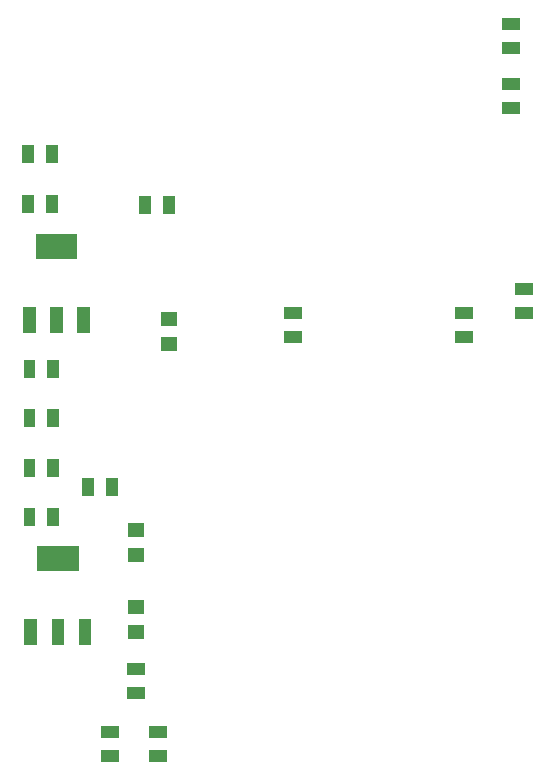
<source format=gtp>
G04 Layer: TopPasteMaskLayer*
G04 EasyEDA v6.4.7, 2020-10-10T14:28:28+07:00*
G04 52f6a2ab2d5a4f67a95d22fe1a878f29,10*
G04 Gerber Generator version 0.2*
G04 Scale: 100 percent, Rotated: No, Reflected: No *
G04 Dimensions in millimeters *
G04 leading zeros omitted , absolute positions ,3 integer and 3 decimal *
%FSLAX33Y33*%
%MOMM*%
G90*
D02*

%ADD13R,0.999998X1.550010*%
%ADD14R,1.550010X0.999998*%
%ADD15R,1.399540X1.300480*%

%LPD*%
G36*
G01X2743Y14236D02*
G01X3835Y14236D01*
G01X3835Y12077D01*
G01X2743Y12077D01*
G01X2743Y14236D01*
G37*
G36*
G01X5054Y14236D02*
G01X6146Y14236D01*
G01X6146Y12077D01*
G01X5054Y12077D01*
G01X5054Y14236D01*
G37*
G36*
G01X7340Y14236D02*
G01X8432Y14236D01*
G01X8432Y12077D01*
G01X7340Y12077D01*
G01X7340Y14236D01*
G37*
G36*
G01X3848Y20434D02*
G01X7353Y20434D01*
G01X7353Y18275D01*
G01X3848Y18275D01*
G01X3848Y20434D01*
G37*
G36*
G01X2564Y54369D02*
G01X3564Y54369D01*
G01X3564Y52818D01*
G01X2564Y52818D01*
G01X2564Y54369D01*
G37*
G36*
G01X4563Y54369D02*
G01X5563Y54369D01*
G01X5563Y52818D01*
G01X4563Y52818D01*
G01X4563Y54369D01*
G37*
G54D14*
G01X43942Y62627D03*
G01X43942Y64626D03*
G36*
G01X2564Y50178D02*
G01X3564Y50178D01*
G01X3564Y48627D01*
G01X2564Y48627D01*
G01X2564Y50178D01*
G37*
G36*
G01X4563Y50178D02*
G01X5563Y50178D01*
G01X5563Y48627D01*
G01X4563Y48627D01*
G01X4563Y50178D01*
G37*
G36*
G01X2691Y32017D02*
G01X3691Y32017D01*
G01X3691Y30466D01*
G01X2691Y30466D01*
G01X2691Y32017D01*
G37*
G36*
G01X4690Y32017D02*
G01X5690Y32017D01*
G01X5690Y30466D01*
G01X4690Y30466D01*
G01X4690Y32017D01*
G37*
G36*
G01X2691Y36208D02*
G01X3691Y36208D01*
G01X3691Y34657D01*
G01X2691Y34657D01*
G01X2691Y36208D01*
G37*
G36*
G01X4690Y36208D02*
G01X5690Y36208D01*
G01X5690Y34657D01*
G01X4690Y34657D01*
G01X4690Y36208D01*
G37*
G36*
G01X2691Y23635D02*
G01X3691Y23635D01*
G01X3691Y22084D01*
G01X2691Y22084D01*
G01X2691Y23635D01*
G37*
G36*
G01X4690Y23635D02*
G01X5690Y23635D01*
G01X5690Y22084D01*
G01X4690Y22084D01*
G01X4690Y23635D01*
G37*
G01X25527Y40115D03*
G01X25527Y38116D03*
G36*
G01X2691Y27826D02*
G01X3691Y27826D01*
G01X3691Y26275D01*
G01X2691Y26275D01*
G01X2691Y27826D01*
G37*
G36*
G01X4690Y27826D02*
G01X5690Y27826D01*
G01X5690Y26275D01*
G01X4690Y26275D01*
G01X4690Y27826D01*
G37*
G01X10033Y2683D03*
G01X10033Y4682D03*
G01X14097Y2683D03*
G01X14097Y4682D03*
G01X45085Y42147D03*
G01X45085Y40148D03*
G01X40005Y40115D03*
G01X40005Y38116D03*
G36*
G01X2616Y40652D02*
G01X3708Y40652D01*
G01X3708Y38493D01*
G01X2616Y38493D01*
G01X2616Y40652D01*
G37*
G36*
G01X4927Y40652D02*
G01X6019Y40652D01*
G01X6019Y38493D01*
G01X4927Y38493D01*
G01X4927Y40652D01*
G37*
G36*
G01X7213Y40652D02*
G01X8305Y40652D01*
G01X8305Y38493D01*
G01X7213Y38493D01*
G01X7213Y40652D01*
G37*
G36*
G01X3721Y46850D02*
G01X7226Y46850D01*
G01X7226Y44691D01*
G01X3721Y44691D01*
G01X3721Y46850D01*
G37*
G54D15*
G01X14986Y39658D03*
G01X14986Y37557D03*
G01X12192Y13173D03*
G01X12192Y15274D03*
G01X12192Y21751D03*
G01X12192Y19650D03*
G54D13*
G01X12970Y49276D03*
G01X14969Y49276D03*
G54D14*
G01X43942Y57547D03*
G01X43942Y59546D03*
G54D13*
G01X8144Y25400D03*
G01X10143Y25400D03*
G54D14*
G01X12192Y8017D03*
G01X12192Y10016D03*
M00*
M02*

</source>
